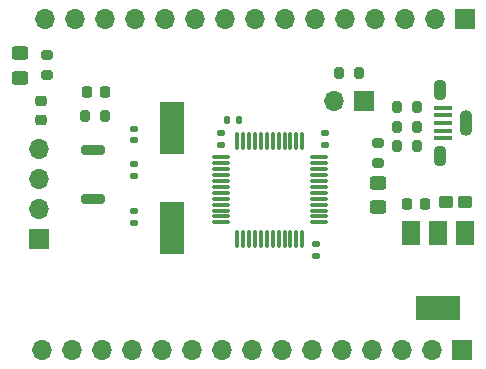
<source format=gbr>
%TF.GenerationSoftware,KiCad,Pcbnew,(6.0.5-0)*%
%TF.CreationDate,2022-07-12T00:15:49+05:30*%
%TF.ProjectId,STM32F103C8T6,53544d33-3246-4313-9033-433854362e6b,rev?*%
%TF.SameCoordinates,Original*%
%TF.FileFunction,Soldermask,Top*%
%TF.FilePolarity,Negative*%
%FSLAX46Y46*%
G04 Gerber Fmt 4.6, Leading zero omitted, Abs format (unit mm)*
G04 Created by KiCad (PCBNEW (6.0.5-0)) date 2022-07-12 00:15:49*
%MOMM*%
%LPD*%
G01*
G04 APERTURE LIST*
G04 Aperture macros list*
%AMRoundRect*
0 Rectangle with rounded corners*
0 $1 Rounding radius*
0 $2 $3 $4 $5 $6 $7 $8 $9 X,Y pos of 4 corners*
0 Add a 4 corners polygon primitive as box body*
4,1,4,$2,$3,$4,$5,$6,$7,$8,$9,$2,$3,0*
0 Add four circle primitives for the rounded corners*
1,1,$1+$1,$2,$3*
1,1,$1+$1,$4,$5*
1,1,$1+$1,$6,$7*
1,1,$1+$1,$8,$9*
0 Add four rect primitives between the rounded corners*
20,1,$1+$1,$2,$3,$4,$5,0*
20,1,$1+$1,$4,$5,$6,$7,0*
20,1,$1+$1,$6,$7,$8,$9,0*
20,1,$1+$1,$8,$9,$2,$3,0*%
G04 Aperture macros list end*
%ADD10R,1.700000X1.700000*%
%ADD11O,1.700000X1.700000*%
%ADD12RoundRect,0.225000X0.250000X-0.225000X0.250000X0.225000X-0.250000X0.225000X-0.250000X-0.225000X0*%
%ADD13RoundRect,0.200000X0.275000X-0.200000X0.275000X0.200000X-0.275000X0.200000X-0.275000X-0.200000X0*%
%ADD14RoundRect,0.250000X-0.375000X-0.275000X0.375000X-0.275000X0.375000X0.275000X-0.375000X0.275000X0*%
%ADD15RoundRect,0.200000X0.800000X-0.200000X0.800000X0.200000X-0.800000X0.200000X-0.800000X-0.200000X0*%
%ADD16R,2.000000X4.500000*%
%ADD17RoundRect,0.140000X-0.170000X0.140000X-0.170000X-0.140000X0.170000X-0.140000X0.170000X0.140000X0*%
%ADD18RoundRect,0.200000X0.200000X0.275000X-0.200000X0.275000X-0.200000X-0.275000X0.200000X-0.275000X0*%
%ADD19RoundRect,0.140000X-0.140000X-0.170000X0.140000X-0.170000X0.140000X0.170000X-0.140000X0.170000X0*%
%ADD20RoundRect,0.135000X-0.185000X0.135000X-0.185000X-0.135000X0.185000X-0.135000X0.185000X0.135000X0*%
%ADD21RoundRect,0.225000X0.225000X0.250000X-0.225000X0.250000X-0.225000X-0.250000X0.225000X-0.250000X0*%
%ADD22RoundRect,0.140000X0.170000X-0.140000X0.170000X0.140000X-0.170000X0.140000X-0.170000X-0.140000X0*%
%ADD23RoundRect,0.200000X-0.200000X-0.275000X0.200000X-0.275000X0.200000X0.275000X-0.200000X0.275000X0*%
%ADD24RoundRect,0.075000X-0.662500X-0.075000X0.662500X-0.075000X0.662500X0.075000X-0.662500X0.075000X0*%
%ADD25RoundRect,0.075000X-0.075000X-0.662500X0.075000X-0.662500X0.075000X0.662500X-0.075000X0.662500X0*%
%ADD26RoundRect,0.225000X-0.225000X-0.250000X0.225000X-0.250000X0.225000X0.250000X-0.225000X0.250000X0*%
%ADD27R,1.500000X0.450000*%
%ADD28O,1.100000X1.800000*%
%ADD29O,1.100000X2.200000*%
%ADD30RoundRect,0.250000X-0.450000X0.325000X-0.450000X-0.325000X0.450000X-0.325000X0.450000X0.325000X0*%
%ADD31R,1.500000X2.000000*%
%ADD32R,3.800000X2.000000*%
%ADD33RoundRect,0.250000X0.450000X-0.325000X0.450000X0.325000X-0.450000X0.325000X-0.450000X-0.325000X0*%
G04 APERTURE END LIST*
D10*
%TO.C,J4*%
X116605000Y-131460000D03*
D11*
X116605000Y-128920000D03*
X116605000Y-126380000D03*
X116605000Y-123840000D03*
%TD*%
D12*
%TO.C,C12*%
X116710000Y-121365000D03*
X116710000Y-119815000D03*
%TD*%
D13*
%TO.C,R1*%
X145300000Y-125005000D03*
X145300000Y-123355000D03*
%TD*%
D14*
%TO.C,C2*%
X151030000Y-128370000D03*
X152630000Y-128370000D03*
%TD*%
D15*
%TO.C,SW1*%
X121160000Y-128100000D03*
X121160000Y-123900000D03*
%TD*%
D16*
%TO.C,Y1*%
X127800000Y-122040000D03*
X127800000Y-130540000D03*
%TD*%
D17*
%TO.C,C4*%
X124600000Y-122120000D03*
X124600000Y-123080000D03*
%TD*%
D18*
%TO.C,R6*%
X148555000Y-121970000D03*
X146905000Y-121970000D03*
%TD*%
D19*
%TO.C,C7*%
X132520000Y-121400000D03*
X133480000Y-121400000D03*
%TD*%
D20*
%TO.C,R10*%
X124600000Y-125090000D03*
X124600000Y-126110000D03*
%TD*%
D21*
%TO.C,C13*%
X122175000Y-119000000D03*
X120625000Y-119000000D03*
%TD*%
D22*
%TO.C,C3*%
X132000000Y-123480000D03*
X132000000Y-122520000D03*
%TD*%
D13*
%TO.C,R8*%
X117288750Y-117562500D03*
X117288750Y-115912500D03*
%TD*%
D17*
%TO.C,C8*%
X140800000Y-122520000D03*
X140800000Y-123480000D03*
%TD*%
D18*
%TO.C,R5*%
X148565000Y-120300000D03*
X146915000Y-120300000D03*
%TD*%
D23*
%TO.C,R2*%
X141975000Y-117400000D03*
X143625000Y-117400000D03*
%TD*%
D10*
%TO.C,J5*%
X144075000Y-119800000D03*
D11*
X141535000Y-119800000D03*
%TD*%
D24*
%TO.C,U1*%
X131947500Y-124560000D03*
X131947500Y-125060000D03*
X131947500Y-125560000D03*
X131947500Y-126060000D03*
X131947500Y-126560000D03*
X131947500Y-127060000D03*
X131947500Y-127560000D03*
X131947500Y-128060000D03*
X131947500Y-128560000D03*
X131947500Y-129060000D03*
X131947500Y-129560000D03*
X131947500Y-130060000D03*
D25*
X133360000Y-131472500D03*
X133860000Y-131472500D03*
X134360000Y-131472500D03*
X134860000Y-131472500D03*
X135360000Y-131472500D03*
X135860000Y-131472500D03*
X136360000Y-131472500D03*
X136860000Y-131472500D03*
X137360000Y-131472500D03*
X137860000Y-131472500D03*
X138360000Y-131472500D03*
X138860000Y-131472500D03*
D24*
X140272500Y-130060000D03*
X140272500Y-129560000D03*
X140272500Y-129060000D03*
X140272500Y-128560000D03*
X140272500Y-128060000D03*
X140272500Y-127560000D03*
X140272500Y-127060000D03*
X140272500Y-126560000D03*
X140272500Y-126060000D03*
X140272500Y-125560000D03*
X140272500Y-125060000D03*
X140272500Y-124560000D03*
D25*
X138860000Y-123147500D03*
X138360000Y-123147500D03*
X137860000Y-123147500D03*
X137360000Y-123147500D03*
X136860000Y-123147500D03*
X136360000Y-123147500D03*
X135860000Y-123147500D03*
X135360000Y-123147500D03*
X134860000Y-123147500D03*
X134360000Y-123147500D03*
X133860000Y-123147500D03*
X133360000Y-123147500D03*
%TD*%
D26*
%TO.C,C1*%
X147715000Y-128480000D03*
X149265000Y-128480000D03*
%TD*%
D23*
%TO.C,R9*%
X120495000Y-121060000D03*
X122145000Y-121060000D03*
%TD*%
D18*
%TO.C,R7*%
X148555000Y-123610000D03*
X146905000Y-123610000D03*
%TD*%
D27*
%TO.C,J1*%
X150785000Y-122940000D03*
X150785000Y-122290000D03*
X150785000Y-121640000D03*
X150785000Y-120990000D03*
X150785000Y-120340000D03*
D28*
X150535000Y-118840000D03*
D29*
X152685000Y-121640000D03*
D28*
X150535000Y-124440000D03*
%TD*%
D30*
%TO.C,D1*%
X145310000Y-126715000D03*
X145310000Y-128765000D03*
%TD*%
D17*
%TO.C,C5*%
X140000000Y-131920000D03*
X140000000Y-132880000D03*
%TD*%
%TO.C,C6*%
X124600000Y-129120000D03*
X124600000Y-130080000D03*
%TD*%
D31*
%TO.C,U2*%
X152660000Y-130990000D03*
D32*
X150360000Y-137290000D03*
D31*
X150360000Y-130990000D03*
X148060000Y-130990000D03*
%TD*%
D33*
%TO.C,D3*%
X114948750Y-117800000D03*
X114948750Y-115750000D03*
%TD*%
D10*
%TO.C,J2*%
X152615000Y-112830000D03*
D11*
X150075000Y-112830000D03*
X147535000Y-112830000D03*
X144995000Y-112830000D03*
X142455000Y-112830000D03*
X139915000Y-112830000D03*
X137375000Y-112830000D03*
X134835000Y-112830000D03*
X132295000Y-112830000D03*
X129755000Y-112830000D03*
X127215000Y-112830000D03*
X124675000Y-112830000D03*
X122135000Y-112830000D03*
X119595000Y-112830000D03*
X117055000Y-112830000D03*
%TD*%
D10*
%TO.C,J3*%
X152345000Y-140880000D03*
D11*
X149805000Y-140880000D03*
X147265000Y-140880000D03*
X144725000Y-140880000D03*
X142185000Y-140880000D03*
X139645000Y-140880000D03*
X137105000Y-140880000D03*
X134565000Y-140880000D03*
X132025000Y-140880000D03*
X129485000Y-140880000D03*
X126945000Y-140880000D03*
X124405000Y-140880000D03*
X121865000Y-140880000D03*
X119325000Y-140880000D03*
X116785000Y-140880000D03*
%TD*%
M02*

</source>
